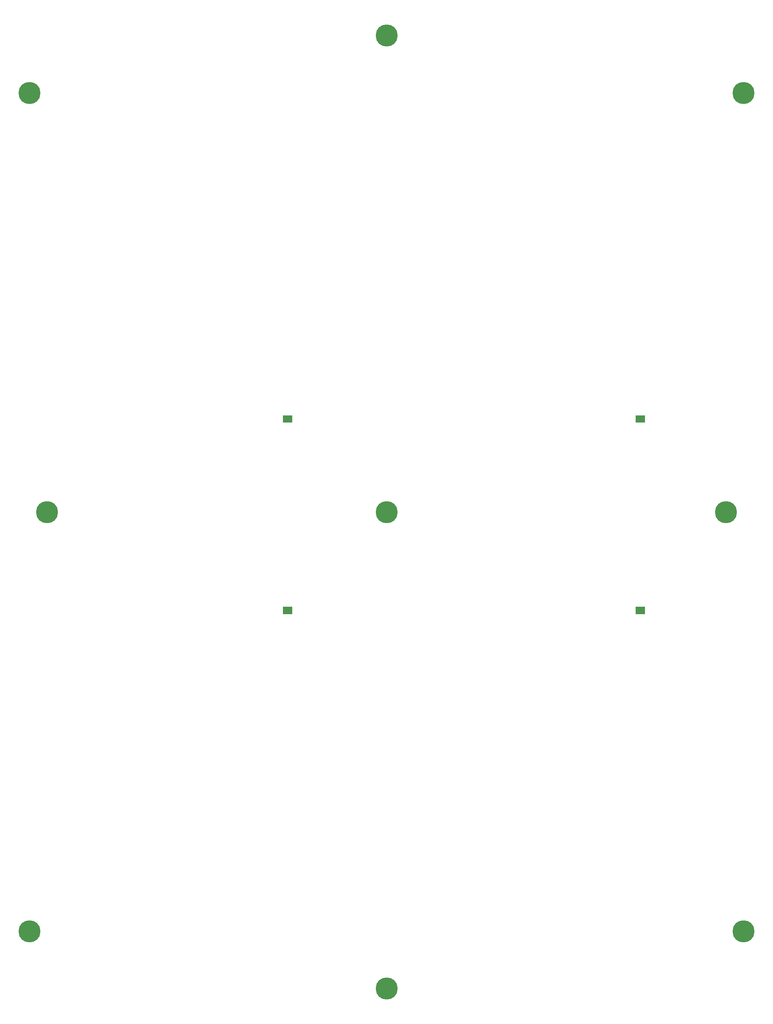
<source format=gbr>
%TF.GenerationSoftware,KiCad,Pcbnew,5.99.0-unknown-283d176cdc~117~ubuntu20.04.1*%
%TF.CreationDate,2021-02-27T14:34:11-06:00*%
%TF.ProjectId,Feeds,46656564-732e-46b6-9963-61645f706362,rev?*%
%TF.SameCoordinates,Original*%
%TF.FileFunction,Soldermask,Bot*%
%TF.FilePolarity,Negative*%
%FSLAX46Y46*%
G04 Gerber Fmt 4.6, Leading zero omitted, Abs format (unit mm)*
G04 Created by KiCad (PCBNEW 5.99.0-unknown-283d176cdc~117~ubuntu20.04.1) date 2021-02-27 14:34:11*
%MOMM*%
%LPD*%
G01*
G04 APERTURE LIST*
%ADD10C,0.000100*%
%ADD11C,5.000000*%
%ADD12C,2.900000*%
%ADD13C,1.565000*%
G04 APERTURE END LIST*
D10*
%TO.C,Feed4*%
X71528704Y-136036465D02*
X71528704Y-134472354D01*
X71528704Y-134472354D02*
X69529415Y-134472355D01*
X69529415Y-134472355D02*
X69529415Y-136036465D01*
X69529415Y-136036465D02*
X71528704Y-136036465D01*
G36*
X71528704Y-136036465D02*
G01*
X69529415Y-136036465D01*
X69529415Y-134472355D01*
X71528704Y-134472354D01*
X71528704Y-136036465D01*
G37*
X71528704Y-136036465D02*
X69529415Y-136036465D01*
X69529415Y-134472355D01*
X71528704Y-134472354D01*
X71528704Y-136036465D01*
%TO.C,Feed1*%
X71513704Y-92628515D02*
X71513704Y-91064404D01*
X71513704Y-91064404D02*
X69514415Y-91064405D01*
X69514415Y-91064405D02*
X69514415Y-92628515D01*
X69514415Y-92628515D02*
X71513704Y-92628515D01*
G36*
X71513704Y-92628515D02*
G01*
X69514415Y-92628515D01*
X69514415Y-91064405D01*
X71513704Y-91064404D01*
X71513704Y-92628515D01*
G37*
X71513704Y-92628515D02*
X69514415Y-92628515D01*
X69514415Y-91064405D01*
X71513704Y-91064404D01*
X71513704Y-92628515D01*
%TO.C,Feed3*%
X149533296Y-134471485D02*
X149533296Y-136035596D01*
X149533296Y-136035596D02*
X151532585Y-136035595D01*
X151532585Y-136035595D02*
X151532585Y-134471485D01*
X151532585Y-134471485D02*
X149533296Y-134471485D01*
G36*
X151532585Y-136035595D02*
G01*
X149533296Y-136035596D01*
X149533296Y-134471485D01*
X151532585Y-134471485D01*
X151532585Y-136035595D01*
G37*
X151532585Y-136035595D02*
X149533296Y-136035596D01*
X149533296Y-134471485D01*
X151532585Y-134471485D01*
X151532585Y-136035595D01*
%TO.C,Feed2*%
X149518296Y-91063535D02*
X149518296Y-92627646D01*
X149518296Y-92627646D02*
X151517585Y-92627645D01*
X151517585Y-92627645D02*
X151517585Y-91063535D01*
X151517585Y-91063535D02*
X149518296Y-91063535D01*
G36*
X151517585Y-92627645D02*
G01*
X149518296Y-92627646D01*
X149518296Y-91063535D01*
X151517585Y-91063535D01*
X151517585Y-92627645D01*
G37*
X151517585Y-92627645D02*
X149518296Y-92627646D01*
X149518296Y-91063535D01*
X151517585Y-91063535D01*
X151517585Y-92627645D01*
%TD*%
D11*
%TO.C,H10*%
X93000000Y-5000000D03*
D12*
X93000000Y-5000000D03*
%TD*%
%TO.C,H12*%
X170000000Y-113000000D03*
D11*
X170000000Y-113000000D03*
%TD*%
%TO.C,H12*%
X93000000Y-113000000D03*
D12*
X93000000Y-113000000D03*
%TD*%
D11*
%TO.C,H4*%
X174000000Y-208000000D03*
D12*
X174000000Y-208000000D03*
%TD*%
D11*
%TO.C,H9*%
X93000000Y-221000000D03*
D12*
X93000000Y-221000000D03*
%TD*%
D11*
%TO.C,H2*%
X174000000Y-18000000D03*
D12*
X174000000Y-18000000D03*
%TD*%
D11*
%TO.C,H3*%
X12000000Y-208000000D03*
D12*
X12000000Y-208000000D03*
%TD*%
%TO.C,H1*%
X12000000Y-18000000D03*
D11*
X12000000Y-18000000D03*
%TD*%
%TO.C,H11*%
X16000000Y-113000000D03*
D12*
X16000000Y-113000000D03*
%TD*%
D13*
%TO.C,Feed4*%
X70531000Y-135253975D03*
%TD*%
%TO.C,Feed1*%
X70516000Y-91846025D03*
%TD*%
%TO.C,Feed3*%
X150531000Y-135253975D03*
%TD*%
%TO.C,Feed2*%
X150516000Y-91846025D03*
%TD*%
M02*

</source>
